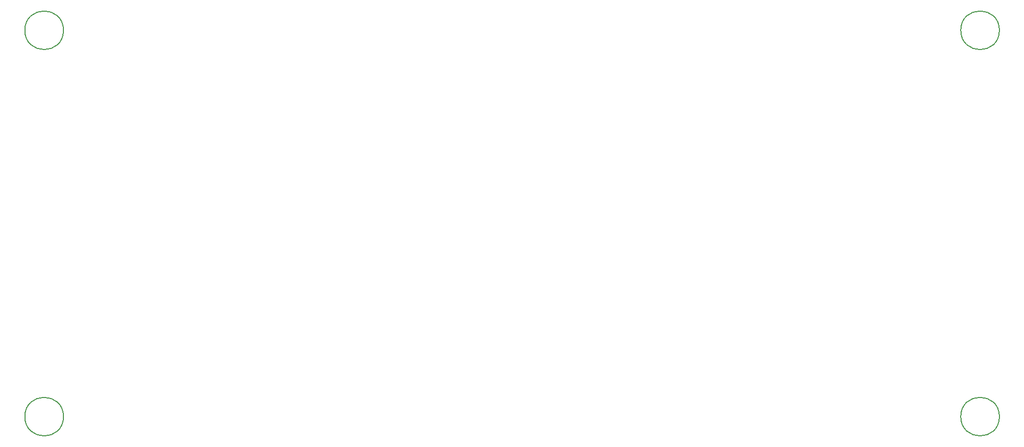
<source format=gbr>
%TF.GenerationSoftware,KiCad,Pcbnew,8.0.1*%
%TF.CreationDate,2025-12-10T21:43:10+01:00*%
%TF.ProjectId,USB2hub,55534232-6875-4622-9e6b-696361645f70,rev?*%
%TF.SameCoordinates,Original*%
%TF.FileFunction,Other,Comment*%
%FSLAX46Y46*%
G04 Gerber Fmt 4.6, Leading zero omitted, Abs format (unit mm)*
G04 Created by KiCad (PCBNEW 8.0.1) date 2025-12-10 21:43:10*
%MOMM*%
%LPD*%
G01*
G04 APERTURE LIST*
%ADD10C,0.150000*%
G04 APERTURE END LIST*
D10*
%TO.C,H3*%
X25550000Y-92100000D02*
G75*
G02*
X19150000Y-92100000I-3200000J0D01*
G01*
X19150000Y-92100000D02*
G75*
G02*
X25550000Y-92100000I3200000J0D01*
G01*
%TO.C,H2*%
X180550000Y-28000000D02*
G75*
G02*
X174150000Y-28000000I-3200000J0D01*
G01*
X174150000Y-28000000D02*
G75*
G02*
X180550000Y-28000000I3200000J0D01*
G01*
%TO.C,H1*%
X25550000Y-28000000D02*
G75*
G02*
X19150000Y-28000000I-3200000J0D01*
G01*
X19150000Y-28000000D02*
G75*
G02*
X25550000Y-28000000I3200000J0D01*
G01*
%TO.C,H4*%
X180550000Y-92100000D02*
G75*
G02*
X174150000Y-92100000I-3200000J0D01*
G01*
X174150000Y-92100000D02*
G75*
G02*
X180550000Y-92100000I3200000J0D01*
G01*
%TD*%
M02*

</source>
